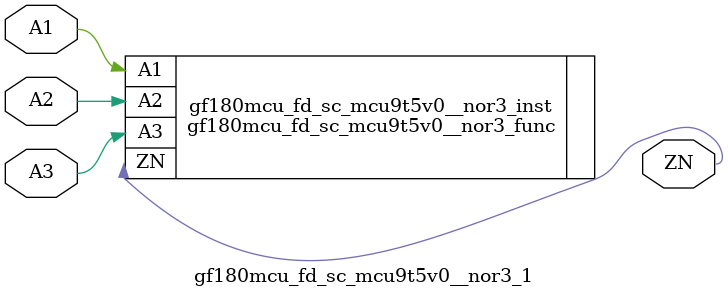
<source format=v>

`ifndef GF180MCU_FD_SC_MCU9T5V0__NOR3_1_V
`define GF180MCU_FD_SC_MCU9T5V0__NOR3_1_V

`include "gf180mcu_fd_sc_mcu9t5v0__nor3.v"

`ifdef USE_POWER_PINS
module gf180mcu_fd_sc_mcu9t5v0__nor3_1( A3, ZN, A2, A1, VDD, VSS );
inout VDD, VSS;
`else // If not USE_POWER_PINS
module gf180mcu_fd_sc_mcu9t5v0__nor3_1( A3, ZN, A2, A1 );
`endif // If not USE_POWER_PINS
input A1, A2, A3;
output ZN;

`ifdef USE_POWER_PINS
  gf180mcu_fd_sc_mcu9t5v0__nor3_func gf180mcu_fd_sc_mcu9t5v0__nor3_inst(.A3(A3),.ZN(ZN),.A2(A2),.A1(A1),.VDD(VDD),.VSS(VSS));
`else // If not USE_POWER_PINS
  gf180mcu_fd_sc_mcu9t5v0__nor3_func gf180mcu_fd_sc_mcu9t5v0__nor3_inst(.A3(A3),.ZN(ZN),.A2(A2),.A1(A1));
`endif // If not USE_POWER_PINS

`ifndef FUNCTIONAL
	// spec_gates_begin


	// spec_gates_end



   specify

	// specify_block_begin

	// comb arc A1 --> ZN
	 (A1 => ZN) = (1.0,1.0);

	// comb arc A2 --> ZN
	 (A2 => ZN) = (1.0,1.0);

	// comb arc A3 --> ZN
	 (A3 => ZN) = (1.0,1.0);

	// specify_block_end

   endspecify

   `endif

endmodule
`endif // GF180MCU_FD_SC_MCU9T5V0__NOR3_1_V

</source>
